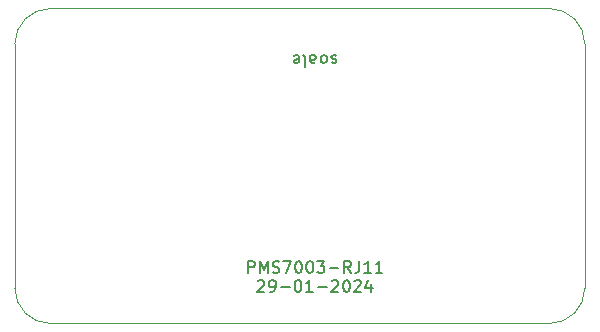
<source format=gbr>
%TF.GenerationSoftware,KiCad,Pcbnew,7.0.10-7.0.10~ubuntu22.04.1*%
%TF.CreationDate,2024-01-29T20:12:13+05:30*%
%TF.ProjectId,bir-pms7003-rj11,6269722d-706d-4733-9730-30332d726a31,rev?*%
%TF.SameCoordinates,Original*%
%TF.FileFunction,Profile,NP*%
%FSLAX46Y46*%
G04 Gerber Fmt 4.6, Leading zero omitted, Abs format (unit mm)*
G04 Created by KiCad (PCBNEW 7.0.10-7.0.10~ubuntu22.04.1) date 2024-01-29 20:12:13*
%MOMM*%
%LPD*%
G01*
G04 APERTURE LIST*
%TA.AperFunction,Profile*%
%ADD10C,0.100000*%
%TD*%
%ADD11C,0.150000*%
%ADD12C,0.200000*%
G04 APERTURE END LIST*
D10*
X69040000Y-41910000D02*
G75*
G03*
X66040000Y-44910000I0J-3000000D01*
G01*
X66040000Y-65580000D02*
G75*
G03*
X69040000Y-68580000I3000000J0D01*
G01*
X66040000Y-65580000D02*
X66040000Y-44910000D01*
X114300000Y-44910000D02*
G75*
G03*
X111300000Y-41910000I-3000000J0D01*
G01*
X69040000Y-41910000D02*
X111300000Y-41910000D01*
X111300000Y-68580000D02*
G75*
G03*
X114300000Y-65580000I0J3000000D01*
G01*
X111300000Y-68580000D02*
X69040000Y-68580000D01*
X114300000Y-44910000D02*
X114300000Y-65580000D01*
D11*
X93249523Y-45897800D02*
X93154285Y-45850180D01*
X93154285Y-45850180D02*
X92963809Y-45850180D01*
X92963809Y-45850180D02*
X92868571Y-45897800D01*
X92868571Y-45897800D02*
X92820952Y-45993038D01*
X92820952Y-45993038D02*
X92820952Y-46040657D01*
X92820952Y-46040657D02*
X92868571Y-46135895D01*
X92868571Y-46135895D02*
X92963809Y-46183514D01*
X92963809Y-46183514D02*
X93106666Y-46183514D01*
X93106666Y-46183514D02*
X93201904Y-46231133D01*
X93201904Y-46231133D02*
X93249523Y-46326371D01*
X93249523Y-46326371D02*
X93249523Y-46373990D01*
X93249523Y-46373990D02*
X93201904Y-46469228D01*
X93201904Y-46469228D02*
X93106666Y-46516847D01*
X93106666Y-46516847D02*
X92963809Y-46516847D01*
X92963809Y-46516847D02*
X92868571Y-46469228D01*
X92249523Y-45850180D02*
X92344761Y-45897800D01*
X92344761Y-45897800D02*
X92392380Y-45945419D01*
X92392380Y-45945419D02*
X92439999Y-46040657D01*
X92439999Y-46040657D02*
X92439999Y-46326371D01*
X92439999Y-46326371D02*
X92392380Y-46421609D01*
X92392380Y-46421609D02*
X92344761Y-46469228D01*
X92344761Y-46469228D02*
X92249523Y-46516847D01*
X92249523Y-46516847D02*
X92106666Y-46516847D01*
X92106666Y-46516847D02*
X92011428Y-46469228D01*
X92011428Y-46469228D02*
X91963809Y-46421609D01*
X91963809Y-46421609D02*
X91916190Y-46326371D01*
X91916190Y-46326371D02*
X91916190Y-46040657D01*
X91916190Y-46040657D02*
X91963809Y-45945419D01*
X91963809Y-45945419D02*
X92011428Y-45897800D01*
X92011428Y-45897800D02*
X92106666Y-45850180D01*
X92106666Y-45850180D02*
X92249523Y-45850180D01*
X91059047Y-45850180D02*
X91059047Y-46373990D01*
X91059047Y-46373990D02*
X91106666Y-46469228D01*
X91106666Y-46469228D02*
X91201904Y-46516847D01*
X91201904Y-46516847D02*
X91392380Y-46516847D01*
X91392380Y-46516847D02*
X91487618Y-46469228D01*
X91059047Y-45897800D02*
X91154285Y-45850180D01*
X91154285Y-45850180D02*
X91392380Y-45850180D01*
X91392380Y-45850180D02*
X91487618Y-45897800D01*
X91487618Y-45897800D02*
X91535237Y-45993038D01*
X91535237Y-45993038D02*
X91535237Y-46088276D01*
X91535237Y-46088276D02*
X91487618Y-46183514D01*
X91487618Y-46183514D02*
X91392380Y-46231133D01*
X91392380Y-46231133D02*
X91154285Y-46231133D01*
X91154285Y-46231133D02*
X91059047Y-46278752D01*
X90439999Y-45850180D02*
X90535237Y-45897800D01*
X90535237Y-45897800D02*
X90582856Y-45993038D01*
X90582856Y-45993038D02*
X90582856Y-46850180D01*
X89678094Y-45897800D02*
X89773332Y-45850180D01*
X89773332Y-45850180D02*
X89963808Y-45850180D01*
X89963808Y-45850180D02*
X90059046Y-45897800D01*
X90059046Y-45897800D02*
X90106665Y-45993038D01*
X90106665Y-45993038D02*
X90106665Y-46373990D01*
X90106665Y-46373990D02*
X90059046Y-46469228D01*
X90059046Y-46469228D02*
X89963808Y-46516847D01*
X89963808Y-46516847D02*
X89773332Y-46516847D01*
X89773332Y-46516847D02*
X89678094Y-46469228D01*
X89678094Y-46469228D02*
X89630475Y-46373990D01*
X89630475Y-46373990D02*
X89630475Y-46278752D01*
X89630475Y-46278752D02*
X90106665Y-46183514D01*
D12*
X85773333Y-64297219D02*
X85773333Y-63297219D01*
X85773333Y-63297219D02*
X86154285Y-63297219D01*
X86154285Y-63297219D02*
X86249523Y-63344838D01*
X86249523Y-63344838D02*
X86297142Y-63392457D01*
X86297142Y-63392457D02*
X86344761Y-63487695D01*
X86344761Y-63487695D02*
X86344761Y-63630552D01*
X86344761Y-63630552D02*
X86297142Y-63725790D01*
X86297142Y-63725790D02*
X86249523Y-63773409D01*
X86249523Y-63773409D02*
X86154285Y-63821028D01*
X86154285Y-63821028D02*
X85773333Y-63821028D01*
X86773333Y-64297219D02*
X86773333Y-63297219D01*
X86773333Y-63297219D02*
X87106666Y-64011504D01*
X87106666Y-64011504D02*
X87439999Y-63297219D01*
X87439999Y-63297219D02*
X87439999Y-64297219D01*
X87868571Y-64249600D02*
X88011428Y-64297219D01*
X88011428Y-64297219D02*
X88249523Y-64297219D01*
X88249523Y-64297219D02*
X88344761Y-64249600D01*
X88344761Y-64249600D02*
X88392380Y-64201980D01*
X88392380Y-64201980D02*
X88439999Y-64106742D01*
X88439999Y-64106742D02*
X88439999Y-64011504D01*
X88439999Y-64011504D02*
X88392380Y-63916266D01*
X88392380Y-63916266D02*
X88344761Y-63868647D01*
X88344761Y-63868647D02*
X88249523Y-63821028D01*
X88249523Y-63821028D02*
X88059047Y-63773409D01*
X88059047Y-63773409D02*
X87963809Y-63725790D01*
X87963809Y-63725790D02*
X87916190Y-63678171D01*
X87916190Y-63678171D02*
X87868571Y-63582933D01*
X87868571Y-63582933D02*
X87868571Y-63487695D01*
X87868571Y-63487695D02*
X87916190Y-63392457D01*
X87916190Y-63392457D02*
X87963809Y-63344838D01*
X87963809Y-63344838D02*
X88059047Y-63297219D01*
X88059047Y-63297219D02*
X88297142Y-63297219D01*
X88297142Y-63297219D02*
X88439999Y-63344838D01*
X88773333Y-63297219D02*
X89439999Y-63297219D01*
X89439999Y-63297219D02*
X89011428Y-64297219D01*
X90011428Y-63297219D02*
X90106666Y-63297219D01*
X90106666Y-63297219D02*
X90201904Y-63344838D01*
X90201904Y-63344838D02*
X90249523Y-63392457D01*
X90249523Y-63392457D02*
X90297142Y-63487695D01*
X90297142Y-63487695D02*
X90344761Y-63678171D01*
X90344761Y-63678171D02*
X90344761Y-63916266D01*
X90344761Y-63916266D02*
X90297142Y-64106742D01*
X90297142Y-64106742D02*
X90249523Y-64201980D01*
X90249523Y-64201980D02*
X90201904Y-64249600D01*
X90201904Y-64249600D02*
X90106666Y-64297219D01*
X90106666Y-64297219D02*
X90011428Y-64297219D01*
X90011428Y-64297219D02*
X89916190Y-64249600D01*
X89916190Y-64249600D02*
X89868571Y-64201980D01*
X89868571Y-64201980D02*
X89820952Y-64106742D01*
X89820952Y-64106742D02*
X89773333Y-63916266D01*
X89773333Y-63916266D02*
X89773333Y-63678171D01*
X89773333Y-63678171D02*
X89820952Y-63487695D01*
X89820952Y-63487695D02*
X89868571Y-63392457D01*
X89868571Y-63392457D02*
X89916190Y-63344838D01*
X89916190Y-63344838D02*
X90011428Y-63297219D01*
X90963809Y-63297219D02*
X91059047Y-63297219D01*
X91059047Y-63297219D02*
X91154285Y-63344838D01*
X91154285Y-63344838D02*
X91201904Y-63392457D01*
X91201904Y-63392457D02*
X91249523Y-63487695D01*
X91249523Y-63487695D02*
X91297142Y-63678171D01*
X91297142Y-63678171D02*
X91297142Y-63916266D01*
X91297142Y-63916266D02*
X91249523Y-64106742D01*
X91249523Y-64106742D02*
X91201904Y-64201980D01*
X91201904Y-64201980D02*
X91154285Y-64249600D01*
X91154285Y-64249600D02*
X91059047Y-64297219D01*
X91059047Y-64297219D02*
X90963809Y-64297219D01*
X90963809Y-64297219D02*
X90868571Y-64249600D01*
X90868571Y-64249600D02*
X90820952Y-64201980D01*
X90820952Y-64201980D02*
X90773333Y-64106742D01*
X90773333Y-64106742D02*
X90725714Y-63916266D01*
X90725714Y-63916266D02*
X90725714Y-63678171D01*
X90725714Y-63678171D02*
X90773333Y-63487695D01*
X90773333Y-63487695D02*
X90820952Y-63392457D01*
X90820952Y-63392457D02*
X90868571Y-63344838D01*
X90868571Y-63344838D02*
X90963809Y-63297219D01*
X91630476Y-63297219D02*
X92249523Y-63297219D01*
X92249523Y-63297219D02*
X91916190Y-63678171D01*
X91916190Y-63678171D02*
X92059047Y-63678171D01*
X92059047Y-63678171D02*
X92154285Y-63725790D01*
X92154285Y-63725790D02*
X92201904Y-63773409D01*
X92201904Y-63773409D02*
X92249523Y-63868647D01*
X92249523Y-63868647D02*
X92249523Y-64106742D01*
X92249523Y-64106742D02*
X92201904Y-64201980D01*
X92201904Y-64201980D02*
X92154285Y-64249600D01*
X92154285Y-64249600D02*
X92059047Y-64297219D01*
X92059047Y-64297219D02*
X91773333Y-64297219D01*
X91773333Y-64297219D02*
X91678095Y-64249600D01*
X91678095Y-64249600D02*
X91630476Y-64201980D01*
X92678095Y-63916266D02*
X93440000Y-63916266D01*
X94487618Y-64297219D02*
X94154285Y-63821028D01*
X93916190Y-64297219D02*
X93916190Y-63297219D01*
X93916190Y-63297219D02*
X94297142Y-63297219D01*
X94297142Y-63297219D02*
X94392380Y-63344838D01*
X94392380Y-63344838D02*
X94439999Y-63392457D01*
X94439999Y-63392457D02*
X94487618Y-63487695D01*
X94487618Y-63487695D02*
X94487618Y-63630552D01*
X94487618Y-63630552D02*
X94439999Y-63725790D01*
X94439999Y-63725790D02*
X94392380Y-63773409D01*
X94392380Y-63773409D02*
X94297142Y-63821028D01*
X94297142Y-63821028D02*
X93916190Y-63821028D01*
X95201904Y-63297219D02*
X95201904Y-64011504D01*
X95201904Y-64011504D02*
X95154285Y-64154361D01*
X95154285Y-64154361D02*
X95059047Y-64249600D01*
X95059047Y-64249600D02*
X94916190Y-64297219D01*
X94916190Y-64297219D02*
X94820952Y-64297219D01*
X96201904Y-64297219D02*
X95630476Y-64297219D01*
X95916190Y-64297219D02*
X95916190Y-63297219D01*
X95916190Y-63297219D02*
X95820952Y-63440076D01*
X95820952Y-63440076D02*
X95725714Y-63535314D01*
X95725714Y-63535314D02*
X95630476Y-63582933D01*
X97154285Y-64297219D02*
X96582857Y-64297219D01*
X96868571Y-64297219D02*
X96868571Y-63297219D01*
X96868571Y-63297219D02*
X96773333Y-63440076D01*
X96773333Y-63440076D02*
X96678095Y-63535314D01*
X96678095Y-63535314D02*
X96582857Y-63582933D01*
X86582857Y-65002457D02*
X86630476Y-64954838D01*
X86630476Y-64954838D02*
X86725714Y-64907219D01*
X86725714Y-64907219D02*
X86963809Y-64907219D01*
X86963809Y-64907219D02*
X87059047Y-64954838D01*
X87059047Y-64954838D02*
X87106666Y-65002457D01*
X87106666Y-65002457D02*
X87154285Y-65097695D01*
X87154285Y-65097695D02*
X87154285Y-65192933D01*
X87154285Y-65192933D02*
X87106666Y-65335790D01*
X87106666Y-65335790D02*
X86535238Y-65907219D01*
X86535238Y-65907219D02*
X87154285Y-65907219D01*
X87630476Y-65907219D02*
X87820952Y-65907219D01*
X87820952Y-65907219D02*
X87916190Y-65859600D01*
X87916190Y-65859600D02*
X87963809Y-65811980D01*
X87963809Y-65811980D02*
X88059047Y-65669123D01*
X88059047Y-65669123D02*
X88106666Y-65478647D01*
X88106666Y-65478647D02*
X88106666Y-65097695D01*
X88106666Y-65097695D02*
X88059047Y-65002457D01*
X88059047Y-65002457D02*
X88011428Y-64954838D01*
X88011428Y-64954838D02*
X87916190Y-64907219D01*
X87916190Y-64907219D02*
X87725714Y-64907219D01*
X87725714Y-64907219D02*
X87630476Y-64954838D01*
X87630476Y-64954838D02*
X87582857Y-65002457D01*
X87582857Y-65002457D02*
X87535238Y-65097695D01*
X87535238Y-65097695D02*
X87535238Y-65335790D01*
X87535238Y-65335790D02*
X87582857Y-65431028D01*
X87582857Y-65431028D02*
X87630476Y-65478647D01*
X87630476Y-65478647D02*
X87725714Y-65526266D01*
X87725714Y-65526266D02*
X87916190Y-65526266D01*
X87916190Y-65526266D02*
X88011428Y-65478647D01*
X88011428Y-65478647D02*
X88059047Y-65431028D01*
X88059047Y-65431028D02*
X88106666Y-65335790D01*
X88535238Y-65526266D02*
X89297143Y-65526266D01*
X89963809Y-64907219D02*
X90059047Y-64907219D01*
X90059047Y-64907219D02*
X90154285Y-64954838D01*
X90154285Y-64954838D02*
X90201904Y-65002457D01*
X90201904Y-65002457D02*
X90249523Y-65097695D01*
X90249523Y-65097695D02*
X90297142Y-65288171D01*
X90297142Y-65288171D02*
X90297142Y-65526266D01*
X90297142Y-65526266D02*
X90249523Y-65716742D01*
X90249523Y-65716742D02*
X90201904Y-65811980D01*
X90201904Y-65811980D02*
X90154285Y-65859600D01*
X90154285Y-65859600D02*
X90059047Y-65907219D01*
X90059047Y-65907219D02*
X89963809Y-65907219D01*
X89963809Y-65907219D02*
X89868571Y-65859600D01*
X89868571Y-65859600D02*
X89820952Y-65811980D01*
X89820952Y-65811980D02*
X89773333Y-65716742D01*
X89773333Y-65716742D02*
X89725714Y-65526266D01*
X89725714Y-65526266D02*
X89725714Y-65288171D01*
X89725714Y-65288171D02*
X89773333Y-65097695D01*
X89773333Y-65097695D02*
X89820952Y-65002457D01*
X89820952Y-65002457D02*
X89868571Y-64954838D01*
X89868571Y-64954838D02*
X89963809Y-64907219D01*
X91249523Y-65907219D02*
X90678095Y-65907219D01*
X90963809Y-65907219D02*
X90963809Y-64907219D01*
X90963809Y-64907219D02*
X90868571Y-65050076D01*
X90868571Y-65050076D02*
X90773333Y-65145314D01*
X90773333Y-65145314D02*
X90678095Y-65192933D01*
X91678095Y-65526266D02*
X92440000Y-65526266D01*
X92868571Y-65002457D02*
X92916190Y-64954838D01*
X92916190Y-64954838D02*
X93011428Y-64907219D01*
X93011428Y-64907219D02*
X93249523Y-64907219D01*
X93249523Y-64907219D02*
X93344761Y-64954838D01*
X93344761Y-64954838D02*
X93392380Y-65002457D01*
X93392380Y-65002457D02*
X93439999Y-65097695D01*
X93439999Y-65097695D02*
X93439999Y-65192933D01*
X93439999Y-65192933D02*
X93392380Y-65335790D01*
X93392380Y-65335790D02*
X92820952Y-65907219D01*
X92820952Y-65907219D02*
X93439999Y-65907219D01*
X94059047Y-64907219D02*
X94154285Y-64907219D01*
X94154285Y-64907219D02*
X94249523Y-64954838D01*
X94249523Y-64954838D02*
X94297142Y-65002457D01*
X94297142Y-65002457D02*
X94344761Y-65097695D01*
X94344761Y-65097695D02*
X94392380Y-65288171D01*
X94392380Y-65288171D02*
X94392380Y-65526266D01*
X94392380Y-65526266D02*
X94344761Y-65716742D01*
X94344761Y-65716742D02*
X94297142Y-65811980D01*
X94297142Y-65811980D02*
X94249523Y-65859600D01*
X94249523Y-65859600D02*
X94154285Y-65907219D01*
X94154285Y-65907219D02*
X94059047Y-65907219D01*
X94059047Y-65907219D02*
X93963809Y-65859600D01*
X93963809Y-65859600D02*
X93916190Y-65811980D01*
X93916190Y-65811980D02*
X93868571Y-65716742D01*
X93868571Y-65716742D02*
X93820952Y-65526266D01*
X93820952Y-65526266D02*
X93820952Y-65288171D01*
X93820952Y-65288171D02*
X93868571Y-65097695D01*
X93868571Y-65097695D02*
X93916190Y-65002457D01*
X93916190Y-65002457D02*
X93963809Y-64954838D01*
X93963809Y-64954838D02*
X94059047Y-64907219D01*
X94773333Y-65002457D02*
X94820952Y-64954838D01*
X94820952Y-64954838D02*
X94916190Y-64907219D01*
X94916190Y-64907219D02*
X95154285Y-64907219D01*
X95154285Y-64907219D02*
X95249523Y-64954838D01*
X95249523Y-64954838D02*
X95297142Y-65002457D01*
X95297142Y-65002457D02*
X95344761Y-65097695D01*
X95344761Y-65097695D02*
X95344761Y-65192933D01*
X95344761Y-65192933D02*
X95297142Y-65335790D01*
X95297142Y-65335790D02*
X94725714Y-65907219D01*
X94725714Y-65907219D02*
X95344761Y-65907219D01*
X96201904Y-65240552D02*
X96201904Y-65907219D01*
X95963809Y-64859600D02*
X95725714Y-65573885D01*
X95725714Y-65573885D02*
X96344761Y-65573885D01*
M02*

</source>
